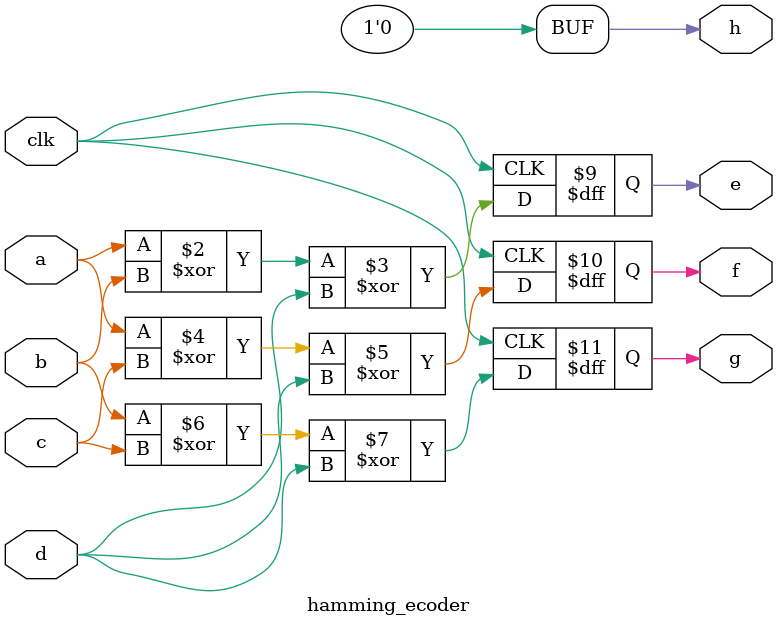
<source format=v>
module hamming_ecoder(
	input wire clk,
    input wire a,input wire b,input wire c,input wire d,
    output reg e,output reg f,output reg g, output reg h
    );
initial
begin
h<=0;

end
always@(posedge clk)
begin


     e = a^b^d;
     f = a^c^d;
     g = b^c^d;
	 
end    
endmodule

</source>
